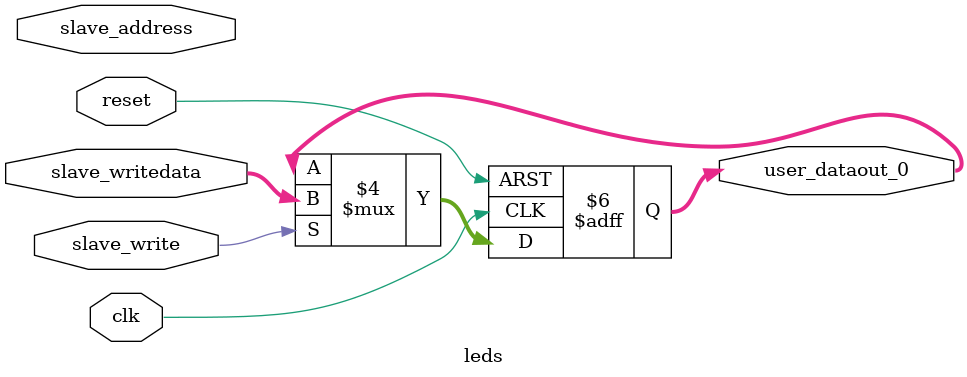
<source format=v>
/*
Jasper ter Weeme
*/

module leds(input clk, input reset, input [3:0] slave_address,
    input slave_write, input [7:0] slave_writedata,
    output reg [7:0] user_dataout_0);

    always @(posedge clk or posedge reset) begin
        if (reset == 1)
            user_dataout_0[7:0] <= 0;
        else if (slave_write == 1)
            user_dataout_0[7:0] <= slave_writedata[7:0];
    end
endmodule


</source>
